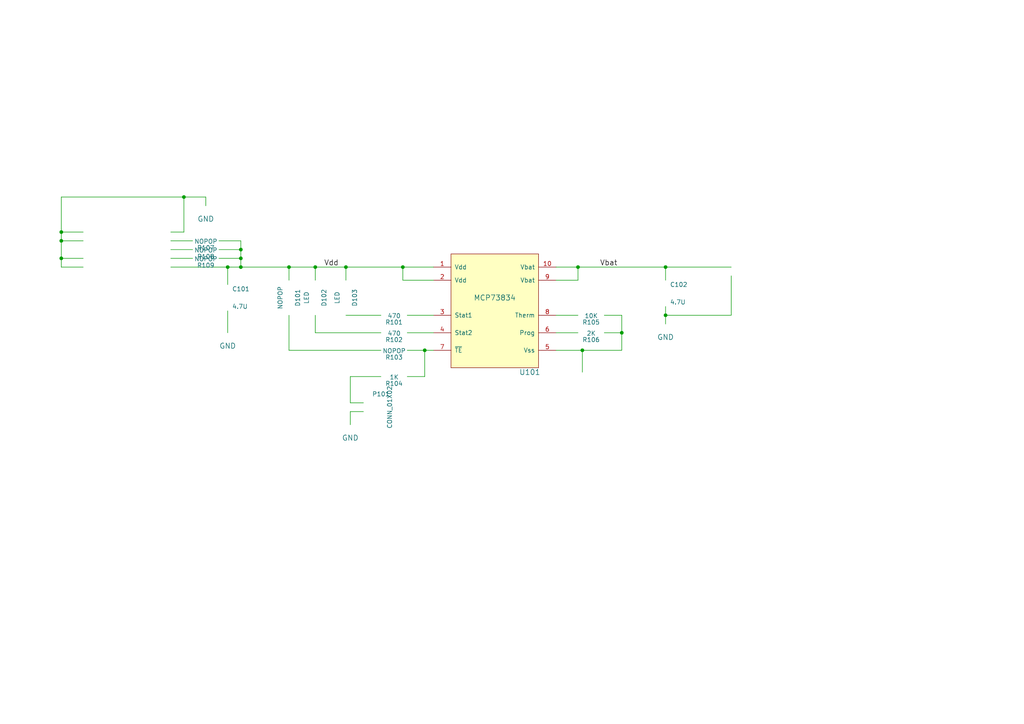
<source format=kicad_sch>
(kicad_sch (version 20230121) (generator eeschema)
  (paper "A4")
  (lib_symbols
    (symbol "FullChargeAhead:MCP73834-FCI/UN" (pin_names (offset 1.016))
      (property "Reference" "U" (at 10.16 -19.05 0))
      (property "Value" "MCP73834-FCI/UN" (at 0 2.54 0))
      (symbol "MCP73834-FCI/UN_0_1"
        (rectangle (start -12.7 15.24) (end 12.7 -17.78) (fill (type background)))
      )
      (symbol "MCP73834-FCI/UN_1_1"
        (pin power_in line (at -17.78 11.43 0) (length 5.08) (name "Vdd") (number "1"))
        (pin power_out line (at 17.78 11.43 180) (length 5.08) (name "Vbat") (number "10"))
        (pin power_in line (at -17.78 7.62 0) (length 5.08) (name "Vdd") (number "2"))
        (pin input line (at -17.78 -2.54 0) (length 5.08) (name "Stat1") (number "3"))
        (pin input line (at -17.78 -7.62 0) (length 5.08) (name "Stat2") (number "4"))
        (pin power_in line (at 17.78 -12.7 180) (length 5.08) (name "Vss") (number "5"))
        (pin input line (at 17.78 -7.62 180) (length 5.08) (name "Prog") (number "6"))
        (pin input line (at -17.78 -12.7 0) (length 5.08) (name "~{TE}") (number "7"))
        (pin input line (at 17.78 -2.54 180) (length 5.08) (name "Therm") (number "8"))
        (pin power_out line (at 17.78 7.62 180) (length 5.08) (name "Vbat") (number "9"))
      )
    )
  )
  (junction (at 180.34 96.52))
  (junction (at 167.64 77.47))
  (junction (at 69.85 74.93))
  (junction (at 69.85 72.39))
  (junction (at 17.78 67.31))
  (junction (at 17.78 69.85))
  (junction (at 53.34 57.15))
  (junction (at 17.78 74.93))
  (junction (at 123.19 101.6))
  (junction (at 69.85 77.47))
  (junction (at 100.33 77.47))
  (junction (at 83.82 77.47))
  (junction (at 193.04 91.44))
  (junction (at 193.04 77.47))
  (junction (at 168.91 101.6))
  (junction (at 91.44 77.47))
  (junction (at 66.04 77.47))
  (junction (at 116.84 77.47))
  (wire (pts (xy 161.29 91.44) (xy 167.64 91.44)))
  (wire (pts (xy 180.34 96.52) (xy 180.34 101.6)))
  (wire (pts (xy 168.91 107.95) (xy 168.91 101.6)))
  (wire (pts (xy 49.53 77.47) (xy 66.04 77.47)))
  (wire (pts (xy 123.19 101.6) (xy 125.73 101.6)))
  (wire (pts (xy 180.34 91.44) (xy 180.34 96.52)))
  (wire (pts (xy 69.85 69.85) (xy 69.85 72.39)))
  (wire (pts (xy 193.04 77.47) (xy 193.04 81.28)))
  (wire (pts (xy 17.78 69.85) (xy 17.78 67.31)))
  (wire (pts (xy 161.29 77.47) (xy 167.64 77.47)))
  (wire (pts (xy 193.04 77.47) (xy 212.09 77.47)))
  (wire (pts (xy 24.13 67.31) (xy 17.78 67.31)))
  (wire (pts (xy 167.64 77.47) (xy 193.04 77.47)))
  (wire (pts (xy 49.53 69.85) (xy 55.88 69.85)))
  (wire (pts (xy 180.34 101.6) (xy 168.91 101.6)))
  (wire (pts (xy 49.53 74.93) (xy 55.88 74.93)))
  (wire (pts (xy 101.6 119.38) (xy 105.41 119.38)))
  (wire (pts (xy 193.04 91.44) (xy 193.04 93.98)))
  (wire (pts (xy 83.82 81.28) (xy 83.82 77.47)))
  (wire (pts (xy 17.78 57.15) (xy 53.34 57.15)))
  (wire (pts (xy 118.11 109.22) (xy 123.19 109.22)))
  (wire (pts (xy 116.84 77.47) (xy 125.73 77.47)))
  (wire (pts (xy 49.53 72.39) (xy 55.88 72.39)))
  (wire (pts (xy 24.13 74.93) (xy 17.78 74.93)))
  (wire (pts (xy 91.44 96.52) (xy 110.49 96.52)))
  (wire (pts (xy 175.26 96.52) (xy 180.34 96.52)))
  (wire (pts (xy 69.85 72.39) (xy 69.85 74.93)))
  (wire (pts (xy 193.04 88.9) (xy 193.04 91.44)))
  (wire (pts (xy 24.13 77.47) (xy 17.78 77.47)))
  (wire (pts (xy 53.34 57.15) (xy 59.69 57.15)))
  (wire (pts (xy 63.5 69.85) (xy 69.85 69.85)))
  (wire (pts (xy 91.44 77.47) (xy 100.33 77.47)))
  (wire (pts (xy 53.34 67.31) (xy 53.34 57.15)))
  (wire (pts (xy 83.82 101.6) (xy 110.49 101.6)))
  (wire (pts (xy 66.04 77.47) (xy 66.04 82.55)))
  (wire (pts (xy 100.33 77.47) (xy 116.84 77.47)))
  (wire (pts (xy 167.64 81.28) (xy 167.64 77.47)))
  (wire (pts (xy 24.13 69.85) (xy 17.78 69.85)))
  (wire (pts (xy 91.44 81.28) (xy 91.44 77.47)))
  (wire (pts (xy 212.09 80.01) (xy 212.09 91.44)))
  (wire (pts (xy 116.84 81.28) (xy 116.84 77.47)))
  (wire (pts (xy 101.6 109.22) (xy 110.49 109.22)))
  (wire (pts (xy 118.11 101.6) (xy 123.19 101.6)))
  (wire (pts (xy 83.82 101.6) (xy 83.82 91.44)))
  (wire (pts (xy 118.11 91.44) (xy 125.73 91.44)))
  (wire (pts (xy 118.11 96.52) (xy 125.73 96.52)))
  (wire (pts (xy 101.6 109.22) (xy 101.6 116.84)))
  (wire (pts (xy 69.85 74.93) (xy 69.85 77.47)))
  (wire (pts (xy 161.29 81.28) (xy 167.64 81.28)))
  (wire (pts (xy 49.53 67.31) (xy 53.34 67.31)))
  (wire (pts (xy 161.29 96.52) (xy 167.64 96.52)))
  (wire (pts (xy 17.78 77.47) (xy 17.78 74.93)))
  (wire (pts (xy 175.26 91.44) (xy 180.34 91.44)))
  (wire (pts (xy 101.6 116.84) (xy 105.41 116.84)))
  (wire (pts (xy 66.04 77.47) (xy 69.85 77.47)))
  (wire (pts (xy 69.85 77.47) (xy 83.82 77.47)))
  (wire (pts (xy 83.82 77.47) (xy 91.44 77.47)))
  (wire (pts (xy 123.19 109.22) (xy 123.19 101.6)))
  (wire (pts (xy 63.5 74.93) (xy 69.85 74.93)))
  (wire (pts (xy 100.33 81.28) (xy 100.33 77.47)))
  (wire (pts (xy 66.04 90.17) (xy 66.04 96.52)))
  (wire (pts (xy 17.78 74.93) (xy 17.78 69.85)))
  (wire (pts (xy 17.78 67.31) (xy 17.78 57.15)))
  (wire (pts (xy 212.09 91.44) (xy 193.04 91.44)))
  (wire (pts (xy 168.91 101.6) (xy 161.29 101.6)))
  (wire (pts (xy 63.5 72.39) (xy 69.85 72.39)))
  (wire (pts (xy 101.6 123.19) (xy 101.6 119.38)))
  (wire (pts (xy 125.73 81.28) (xy 116.84 81.28)))
  (wire (pts (xy 91.44 91.44) (xy 91.44 96.52)))
  (wire (pts (xy 100.33 91.44) (xy 110.49 91.44)))
  (wire (pts (xy 59.69 57.15) (xy 59.69 59.69)))
  (label "Vbat" (at 173.99 77.47 0) (effects (font (size 1.524 1.524))))
  (label "Vdd" (at 93.98 77.47 0) (effects (font (size 1.524 1.524))))
  (label "Vbat" (at -350.52 -933.45 0) (effects (font (size 1.524 1.524))))
  (symbol (lib_id "LED") (at 100.33 86.36 270) (unit 1)
    (property "Reference" "D103" (at 102.87 86.36 0))
    (property "Value" "LED" (at 97.79 86.36 0))
    (property "Footprint" "LEDs:LED-0805" (effects hide))
  )
  (symbol (lib_id "LED") (at 91.44 86.36 270) (unit 1)
    (property "Reference" "D102" (at 93.98 86.36 0))
    (property "Value" "LED" (at 88.9 86.36 0))
    (property "Footprint" "LEDs:LED-0805" (effects hide))
  )
  (symbol (lib_id "LED") (at 83.82 86.36 270) (unit 1)
    (property "Reference" "D101" (at 86.36 86.36 0))
    (property "Value" "NOPOP" (at 81.28 86.36 0))
    (property "Footprint" "LEDs:LED-0805" (effects hide))
  )
  (symbol (lib_id "R") (at 114.3 101.6 270) (unit 1)
    (property "Reference" "R103" (at 114.3 103.632 90))
    (property "Value" "NOPOP" (at 114.3254 101.7778 90))
    (property "Footprint" "Resistors_SMD:R_0805_HandSoldering" (effects hide))
  )
  (symbol (lib_id "R") (at 114.3 96.52 270) (unit 1)
    (property "Reference" "R102" (at 114.3 98.552 90))
    (property "Value" "470" (at 114.3254 96.6978 90))
    (property "Footprint" "Resistors_SMD:R_0805_HandSoldering" (effects hide))
  )
  (symbol (lib_id "R") (at 114.3 91.44 270) (unit 1)
    (property "Reference" "R101" (at 114.3 93.472 90))
    (property "Value" "470" (at 114.3254 91.6178 90))
    (property "Footprint" "Resistors_SMD:R_0805_HandSoldering" (effects hide))
  )
  (symbol (lib_id "FullChargeAhead:MCP73834-FCI/UN") (at 143.51 88.9 0) (unit 1)
    (property "Reference" "U101" (at 153.67 107.95 0) (effects (font (size 1.524 1.524))))
    (property "Value" "MCP73834" (at 143.51 86.36 0) (effects (font (size 1.524 1.524))))
    (property "Footprint" "Housings_SSOP:MSOP-10_3x3mm_Pitch0.5mm" (effects hide))
    (property "MPN" "MCP73834-FCI/UN" (effects hide))
  )
  (symbol (lib_id "GND") (at 168.91 107.95 0) (unit 1)
    (property "Reference" "#PWR01" (effects hide))
    (property "Value" "GND" (at 168.91 111.76 0) (effects (font (size 1.524 1.524))))
  )
  (symbol (lib_id "R") (at 171.45 96.52 270) (unit 1)
    (property "Reference" "R106" (at 171.45 98.552 90))
    (property "Value" "2K" (at 171.4754 96.6978 90))
    (property "Footprint" "Resistors_SMD:R_0805_HandSoldering" (effects hide))
  )
  (symbol (lib_id "R") (at 171.45 91.44 270) (unit 1)
    (property "Reference" "R105" (at 171.45 93.472 90))
    (property "Value" "10K" (at 171.4754 91.6178 90))
    (property "Footprint" "Resistors_SMD:R_0805_HandSoldering" (effects hide))
  )
  (symbol (lib_id "C") (at 193.04 85.09 0) (unit 1)
    (property "Reference" "C102" (at 194.31 82.55 0) (effects (justify left)))
    (property "Value" "4.7U" (at 194.31 87.63 0) (effects (justify left)))
    (property "Footprint" "Capacitors_SMD:C_1206_HandSoldering" (effects hide))
  )
  (symbol (lib_id "GND") (at 193.04 93.98 0) (unit 1)
    (property "Reference" "#PWR02" (effects hide))
    (property "Value" "GND" (at 193.04 97.79 0) (effects (font (size 1.524 1.524))))
  )
  (symbol (lib_id "CONN_01X02") (at 217.17 78.74 0) (unit 1)
    (property "Reference" "P102" (at 217.17 74.93 0))
    (property "Value" "CONN_01X02" (at 219.71 78.74 90))
    (property "Footprint" "Pin_Headers:Pin_Header_Straight_1x02" (effects hide))
  )
  (symbol (lib_id "C") (at 66.04 86.36 0) (unit 1)
    (property "Reference" "C101" (at 67.31 83.82 0) (effects (justify left)))
    (property "Value" "4.7U" (at 67.31 88.9 0) (effects (justify left)))
    (property "Footprint" "Capacitors_SMD:C_1206_HandSoldering" (effects hide))
  )
  (symbol (lib_id "USB-MICRO-B") (at 36.83 72.39 180) (unit 1)
    (property "Reference" "CON101" (at 44.45 81.28 0))
    (property "Value" "USB-MICRO-B" (at 40.64 63.5 0))
    (property "Footprint" "FCA:10118193" (effects hide))
    (property "MPN" "10118193-0001LF" (effects hide))
  )
  (symbol (lib_id "GND") (at 66.04 96.52 0) (unit 1)
    (property "Reference" "#PWR03" (effects hide))
    (property "Value" "GND" (at 66.04 100.33 0) (effects (font (size 1.524 1.524))))
  )
  (symbol (lib_id "GND") (at 59.69 59.69 0) (unit 1)
    (property "Reference" "#PWR04" (effects hide))
    (property "Value" "GND" (at 59.69 63.5 0) (effects (font (size 1.524 1.524))))
  )
  (symbol (lib_id "R") (at 114.3 109.22 270) (unit 1)
    (property "Reference" "R104" (at 114.3 111.252 90))
    (property "Value" "1K" (at 114.3254 109.3978 90))
    (property "Footprint" "Resistors_SMD:R_0805_HandSoldering" (effects hide))
  )
  (symbol (lib_id "GND") (at 101.6 123.19 0) (unit 1)
    (property "Reference" "#PWR05" (effects hide))
    (property "Value" "GND" (at 101.6 127 0) (effects (font (size 1.524 1.524))))
  )
  (symbol (lib_id "CONN_01X02") (at 110.49 118.11 0) (unit 1)
    (property "Reference" "P101" (at 110.49 114.3 0))
    (property "Value" "CONN_01X02" (at 113.03 118.11 90))
    (property "Footprint" "Pin_Headers:Pin_Header_Straight_1x02" (effects hide))
  )
  (symbol (lib_id "R") (at 59.69 69.85 270) (unit 1)
    (property "Reference" "R107" (at 59.69 71.882 90))
    (property "Value" "NOPOP" (at 59.7154 70.0278 90))
    (property "Footprint" "Resistors_SMD:R_0805_HandSoldering" (effects hide))
  )
  (symbol (lib_id "R") (at 59.69 72.39 270) (unit 1)
    (property "Reference" "R108" (at 59.69 74.422 90))
    (property "Value" "NOPOP" (at 59.7154 72.5678 90))
    (property "Footprint" "Resistors_SMD:R_0805_HandSoldering" (effects hide))
  )
  (symbol (lib_id "R") (at 59.69 74.93 270) (unit 1)
    (property "Reference" "R109" (at 59.69 76.962 90))
    (property "Value" "NOPOP" (at 59.7154 75.1078 90))
    (property "Footprint" "Resistors_SMD:R_0805_HandSoldering" (effects hide))
  )
)
</source>
